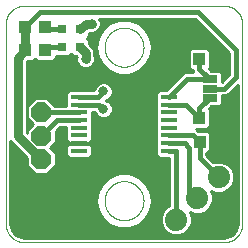
<source format=gtl>
G75*
%MOIN*%
%OFA0B0*%
%FSLAX25Y25*%
%IPPOS*%
%LPD*%
%AMOC8*
5,1,8,0,0,1.08239X$1,22.5*
%
%ADD10C,0.00000*%
%ADD11R,0.04134X0.04252*%
%ADD12R,0.03150X0.03150*%
%ADD13R,0.03937X0.04331*%
%ADD14R,0.05000X0.02500*%
%ADD15R,0.05630X0.01811*%
%ADD16OC8,0.06600*%
%ADD17C,0.07400*%
%ADD18C,0.01575*%
%ADD19C,0.00984*%
%ADD20C,0.02953*%
%ADD21C,0.03169*%
D10*
X0001492Y0007398D02*
X0001492Y0074327D01*
X0001494Y0074479D01*
X0001500Y0074631D01*
X0001510Y0074783D01*
X0001523Y0074934D01*
X0001541Y0075085D01*
X0001562Y0075236D01*
X0001588Y0075386D01*
X0001617Y0075535D01*
X0001650Y0075684D01*
X0001687Y0075831D01*
X0001727Y0075978D01*
X0001772Y0076123D01*
X0001820Y0076267D01*
X0001872Y0076410D01*
X0001927Y0076552D01*
X0001986Y0076692D01*
X0002049Y0076831D01*
X0002115Y0076968D01*
X0002185Y0077103D01*
X0002258Y0077236D01*
X0002335Y0077367D01*
X0002415Y0077497D01*
X0002498Y0077624D01*
X0002584Y0077749D01*
X0002674Y0077872D01*
X0002767Y0077992D01*
X0002863Y0078110D01*
X0002962Y0078226D01*
X0003064Y0078339D01*
X0003168Y0078449D01*
X0003276Y0078557D01*
X0003386Y0078661D01*
X0003499Y0078763D01*
X0003615Y0078862D01*
X0003733Y0078958D01*
X0003853Y0079051D01*
X0003976Y0079141D01*
X0004101Y0079227D01*
X0004228Y0079310D01*
X0004358Y0079390D01*
X0004489Y0079467D01*
X0004622Y0079540D01*
X0004757Y0079610D01*
X0004894Y0079676D01*
X0005033Y0079739D01*
X0005173Y0079798D01*
X0005315Y0079853D01*
X0005458Y0079905D01*
X0005602Y0079953D01*
X0005747Y0079998D01*
X0005894Y0080038D01*
X0006041Y0080075D01*
X0006190Y0080108D01*
X0006339Y0080137D01*
X0006489Y0080163D01*
X0006640Y0080184D01*
X0006791Y0080202D01*
X0006942Y0080215D01*
X0007094Y0080225D01*
X0007246Y0080231D01*
X0007398Y0080233D01*
X0007398Y0080232D02*
X0074327Y0080232D01*
X0074327Y0080233D02*
X0074479Y0080231D01*
X0074631Y0080225D01*
X0074783Y0080215D01*
X0074934Y0080202D01*
X0075085Y0080184D01*
X0075236Y0080163D01*
X0075386Y0080137D01*
X0075535Y0080108D01*
X0075684Y0080075D01*
X0075831Y0080038D01*
X0075978Y0079998D01*
X0076123Y0079953D01*
X0076267Y0079905D01*
X0076410Y0079853D01*
X0076552Y0079798D01*
X0076692Y0079739D01*
X0076831Y0079676D01*
X0076968Y0079610D01*
X0077103Y0079540D01*
X0077236Y0079467D01*
X0077367Y0079390D01*
X0077497Y0079310D01*
X0077624Y0079227D01*
X0077749Y0079141D01*
X0077872Y0079051D01*
X0077992Y0078958D01*
X0078110Y0078862D01*
X0078226Y0078763D01*
X0078339Y0078661D01*
X0078449Y0078557D01*
X0078557Y0078449D01*
X0078661Y0078339D01*
X0078763Y0078226D01*
X0078862Y0078110D01*
X0078958Y0077992D01*
X0079051Y0077872D01*
X0079141Y0077749D01*
X0079227Y0077624D01*
X0079310Y0077497D01*
X0079390Y0077367D01*
X0079467Y0077236D01*
X0079540Y0077103D01*
X0079610Y0076968D01*
X0079676Y0076831D01*
X0079739Y0076692D01*
X0079798Y0076552D01*
X0079853Y0076410D01*
X0079905Y0076267D01*
X0079953Y0076123D01*
X0079998Y0075978D01*
X0080038Y0075831D01*
X0080075Y0075684D01*
X0080108Y0075535D01*
X0080137Y0075386D01*
X0080163Y0075236D01*
X0080184Y0075085D01*
X0080202Y0074934D01*
X0080215Y0074783D01*
X0080225Y0074631D01*
X0080231Y0074479D01*
X0080233Y0074327D01*
X0080232Y0074327D02*
X0080232Y0007398D01*
X0080233Y0007398D02*
X0080231Y0007246D01*
X0080225Y0007094D01*
X0080215Y0006942D01*
X0080202Y0006791D01*
X0080184Y0006640D01*
X0080163Y0006489D01*
X0080137Y0006339D01*
X0080108Y0006190D01*
X0080075Y0006041D01*
X0080038Y0005894D01*
X0079998Y0005747D01*
X0079953Y0005602D01*
X0079905Y0005458D01*
X0079853Y0005315D01*
X0079798Y0005173D01*
X0079739Y0005033D01*
X0079676Y0004894D01*
X0079610Y0004757D01*
X0079540Y0004622D01*
X0079467Y0004489D01*
X0079390Y0004358D01*
X0079310Y0004228D01*
X0079227Y0004101D01*
X0079141Y0003976D01*
X0079051Y0003853D01*
X0078958Y0003733D01*
X0078862Y0003615D01*
X0078763Y0003499D01*
X0078661Y0003386D01*
X0078557Y0003276D01*
X0078449Y0003168D01*
X0078339Y0003064D01*
X0078226Y0002962D01*
X0078110Y0002863D01*
X0077992Y0002767D01*
X0077872Y0002674D01*
X0077749Y0002584D01*
X0077624Y0002498D01*
X0077497Y0002415D01*
X0077367Y0002335D01*
X0077236Y0002258D01*
X0077103Y0002185D01*
X0076968Y0002115D01*
X0076831Y0002049D01*
X0076692Y0001986D01*
X0076552Y0001927D01*
X0076410Y0001872D01*
X0076267Y0001820D01*
X0076123Y0001772D01*
X0075978Y0001727D01*
X0075831Y0001687D01*
X0075684Y0001650D01*
X0075535Y0001617D01*
X0075386Y0001588D01*
X0075236Y0001562D01*
X0075085Y0001541D01*
X0074934Y0001523D01*
X0074783Y0001510D01*
X0074631Y0001500D01*
X0074479Y0001494D01*
X0074327Y0001492D01*
X0007398Y0001492D01*
X0007246Y0001494D01*
X0007094Y0001500D01*
X0006942Y0001510D01*
X0006791Y0001523D01*
X0006640Y0001541D01*
X0006489Y0001562D01*
X0006339Y0001588D01*
X0006190Y0001617D01*
X0006041Y0001650D01*
X0005894Y0001687D01*
X0005747Y0001727D01*
X0005602Y0001772D01*
X0005458Y0001820D01*
X0005315Y0001872D01*
X0005173Y0001927D01*
X0005033Y0001986D01*
X0004894Y0002049D01*
X0004757Y0002115D01*
X0004622Y0002185D01*
X0004489Y0002258D01*
X0004358Y0002335D01*
X0004228Y0002415D01*
X0004101Y0002498D01*
X0003976Y0002584D01*
X0003853Y0002674D01*
X0003733Y0002767D01*
X0003615Y0002863D01*
X0003499Y0002962D01*
X0003386Y0003064D01*
X0003276Y0003168D01*
X0003168Y0003276D01*
X0003064Y0003386D01*
X0002962Y0003499D01*
X0002863Y0003615D01*
X0002767Y0003733D01*
X0002674Y0003853D01*
X0002584Y0003976D01*
X0002498Y0004101D01*
X0002415Y0004228D01*
X0002335Y0004358D01*
X0002258Y0004489D01*
X0002185Y0004622D01*
X0002115Y0004757D01*
X0002049Y0004894D01*
X0001986Y0005033D01*
X0001927Y0005173D01*
X0001872Y0005315D01*
X0001820Y0005458D01*
X0001772Y0005602D01*
X0001727Y0005747D01*
X0001687Y0005894D01*
X0001650Y0006041D01*
X0001617Y0006190D01*
X0001588Y0006339D01*
X0001562Y0006489D01*
X0001541Y0006640D01*
X0001523Y0006791D01*
X0001510Y0006942D01*
X0001500Y0007094D01*
X0001494Y0007246D01*
X0001492Y0007398D01*
X0034362Y0015272D02*
X0034364Y0015433D01*
X0034370Y0015593D01*
X0034380Y0015754D01*
X0034394Y0015914D01*
X0034412Y0016074D01*
X0034433Y0016233D01*
X0034459Y0016392D01*
X0034489Y0016550D01*
X0034522Y0016707D01*
X0034560Y0016864D01*
X0034601Y0017019D01*
X0034646Y0017173D01*
X0034695Y0017326D01*
X0034748Y0017478D01*
X0034804Y0017629D01*
X0034865Y0017778D01*
X0034928Y0017926D01*
X0034996Y0018072D01*
X0035067Y0018216D01*
X0035141Y0018358D01*
X0035219Y0018499D01*
X0035301Y0018637D01*
X0035386Y0018774D01*
X0035474Y0018908D01*
X0035566Y0019040D01*
X0035661Y0019170D01*
X0035759Y0019298D01*
X0035860Y0019423D01*
X0035964Y0019545D01*
X0036071Y0019665D01*
X0036181Y0019782D01*
X0036294Y0019897D01*
X0036410Y0020008D01*
X0036529Y0020117D01*
X0036650Y0020222D01*
X0036774Y0020325D01*
X0036900Y0020425D01*
X0037028Y0020521D01*
X0037159Y0020614D01*
X0037293Y0020704D01*
X0037428Y0020791D01*
X0037566Y0020874D01*
X0037705Y0020954D01*
X0037847Y0021030D01*
X0037990Y0021103D01*
X0038135Y0021172D01*
X0038282Y0021238D01*
X0038430Y0021300D01*
X0038580Y0021358D01*
X0038731Y0021413D01*
X0038884Y0021464D01*
X0039038Y0021511D01*
X0039193Y0021554D01*
X0039349Y0021593D01*
X0039505Y0021629D01*
X0039663Y0021660D01*
X0039821Y0021688D01*
X0039980Y0021712D01*
X0040140Y0021732D01*
X0040300Y0021748D01*
X0040460Y0021760D01*
X0040621Y0021768D01*
X0040782Y0021772D01*
X0040942Y0021772D01*
X0041103Y0021768D01*
X0041264Y0021760D01*
X0041424Y0021748D01*
X0041584Y0021732D01*
X0041744Y0021712D01*
X0041903Y0021688D01*
X0042061Y0021660D01*
X0042219Y0021629D01*
X0042375Y0021593D01*
X0042531Y0021554D01*
X0042686Y0021511D01*
X0042840Y0021464D01*
X0042993Y0021413D01*
X0043144Y0021358D01*
X0043294Y0021300D01*
X0043442Y0021238D01*
X0043589Y0021172D01*
X0043734Y0021103D01*
X0043877Y0021030D01*
X0044019Y0020954D01*
X0044158Y0020874D01*
X0044296Y0020791D01*
X0044431Y0020704D01*
X0044565Y0020614D01*
X0044696Y0020521D01*
X0044824Y0020425D01*
X0044950Y0020325D01*
X0045074Y0020222D01*
X0045195Y0020117D01*
X0045314Y0020008D01*
X0045430Y0019897D01*
X0045543Y0019782D01*
X0045653Y0019665D01*
X0045760Y0019545D01*
X0045864Y0019423D01*
X0045965Y0019298D01*
X0046063Y0019170D01*
X0046158Y0019040D01*
X0046250Y0018908D01*
X0046338Y0018774D01*
X0046423Y0018637D01*
X0046505Y0018499D01*
X0046583Y0018358D01*
X0046657Y0018216D01*
X0046728Y0018072D01*
X0046796Y0017926D01*
X0046859Y0017778D01*
X0046920Y0017629D01*
X0046976Y0017478D01*
X0047029Y0017326D01*
X0047078Y0017173D01*
X0047123Y0017019D01*
X0047164Y0016864D01*
X0047202Y0016707D01*
X0047235Y0016550D01*
X0047265Y0016392D01*
X0047291Y0016233D01*
X0047312Y0016074D01*
X0047330Y0015914D01*
X0047344Y0015754D01*
X0047354Y0015593D01*
X0047360Y0015433D01*
X0047362Y0015272D01*
X0047360Y0015111D01*
X0047354Y0014951D01*
X0047344Y0014790D01*
X0047330Y0014630D01*
X0047312Y0014470D01*
X0047291Y0014311D01*
X0047265Y0014152D01*
X0047235Y0013994D01*
X0047202Y0013837D01*
X0047164Y0013680D01*
X0047123Y0013525D01*
X0047078Y0013371D01*
X0047029Y0013218D01*
X0046976Y0013066D01*
X0046920Y0012915D01*
X0046859Y0012766D01*
X0046796Y0012618D01*
X0046728Y0012472D01*
X0046657Y0012328D01*
X0046583Y0012186D01*
X0046505Y0012045D01*
X0046423Y0011907D01*
X0046338Y0011770D01*
X0046250Y0011636D01*
X0046158Y0011504D01*
X0046063Y0011374D01*
X0045965Y0011246D01*
X0045864Y0011121D01*
X0045760Y0010999D01*
X0045653Y0010879D01*
X0045543Y0010762D01*
X0045430Y0010647D01*
X0045314Y0010536D01*
X0045195Y0010427D01*
X0045074Y0010322D01*
X0044950Y0010219D01*
X0044824Y0010119D01*
X0044696Y0010023D01*
X0044565Y0009930D01*
X0044431Y0009840D01*
X0044296Y0009753D01*
X0044158Y0009670D01*
X0044019Y0009590D01*
X0043877Y0009514D01*
X0043734Y0009441D01*
X0043589Y0009372D01*
X0043442Y0009306D01*
X0043294Y0009244D01*
X0043144Y0009186D01*
X0042993Y0009131D01*
X0042840Y0009080D01*
X0042686Y0009033D01*
X0042531Y0008990D01*
X0042375Y0008951D01*
X0042219Y0008915D01*
X0042061Y0008884D01*
X0041903Y0008856D01*
X0041744Y0008832D01*
X0041584Y0008812D01*
X0041424Y0008796D01*
X0041264Y0008784D01*
X0041103Y0008776D01*
X0040942Y0008772D01*
X0040782Y0008772D01*
X0040621Y0008776D01*
X0040460Y0008784D01*
X0040300Y0008796D01*
X0040140Y0008812D01*
X0039980Y0008832D01*
X0039821Y0008856D01*
X0039663Y0008884D01*
X0039505Y0008915D01*
X0039349Y0008951D01*
X0039193Y0008990D01*
X0039038Y0009033D01*
X0038884Y0009080D01*
X0038731Y0009131D01*
X0038580Y0009186D01*
X0038430Y0009244D01*
X0038282Y0009306D01*
X0038135Y0009372D01*
X0037990Y0009441D01*
X0037847Y0009514D01*
X0037705Y0009590D01*
X0037566Y0009670D01*
X0037428Y0009753D01*
X0037293Y0009840D01*
X0037159Y0009930D01*
X0037028Y0010023D01*
X0036900Y0010119D01*
X0036774Y0010219D01*
X0036650Y0010322D01*
X0036529Y0010427D01*
X0036410Y0010536D01*
X0036294Y0010647D01*
X0036181Y0010762D01*
X0036071Y0010879D01*
X0035964Y0010999D01*
X0035860Y0011121D01*
X0035759Y0011246D01*
X0035661Y0011374D01*
X0035566Y0011504D01*
X0035474Y0011636D01*
X0035386Y0011770D01*
X0035301Y0011907D01*
X0035219Y0012045D01*
X0035141Y0012186D01*
X0035067Y0012328D01*
X0034996Y0012472D01*
X0034928Y0012618D01*
X0034865Y0012766D01*
X0034804Y0012915D01*
X0034748Y0013066D01*
X0034695Y0013218D01*
X0034646Y0013371D01*
X0034601Y0013525D01*
X0034560Y0013680D01*
X0034522Y0013837D01*
X0034489Y0013994D01*
X0034459Y0014152D01*
X0034433Y0014311D01*
X0034412Y0014470D01*
X0034394Y0014630D01*
X0034380Y0014790D01*
X0034370Y0014951D01*
X0034364Y0015111D01*
X0034362Y0015272D01*
X0034362Y0066453D02*
X0034364Y0066614D01*
X0034370Y0066774D01*
X0034380Y0066935D01*
X0034394Y0067095D01*
X0034412Y0067255D01*
X0034433Y0067414D01*
X0034459Y0067573D01*
X0034489Y0067731D01*
X0034522Y0067888D01*
X0034560Y0068045D01*
X0034601Y0068200D01*
X0034646Y0068354D01*
X0034695Y0068507D01*
X0034748Y0068659D01*
X0034804Y0068810D01*
X0034865Y0068959D01*
X0034928Y0069107D01*
X0034996Y0069253D01*
X0035067Y0069397D01*
X0035141Y0069539D01*
X0035219Y0069680D01*
X0035301Y0069818D01*
X0035386Y0069955D01*
X0035474Y0070089D01*
X0035566Y0070221D01*
X0035661Y0070351D01*
X0035759Y0070479D01*
X0035860Y0070604D01*
X0035964Y0070726D01*
X0036071Y0070846D01*
X0036181Y0070963D01*
X0036294Y0071078D01*
X0036410Y0071189D01*
X0036529Y0071298D01*
X0036650Y0071403D01*
X0036774Y0071506D01*
X0036900Y0071606D01*
X0037028Y0071702D01*
X0037159Y0071795D01*
X0037293Y0071885D01*
X0037428Y0071972D01*
X0037566Y0072055D01*
X0037705Y0072135D01*
X0037847Y0072211D01*
X0037990Y0072284D01*
X0038135Y0072353D01*
X0038282Y0072419D01*
X0038430Y0072481D01*
X0038580Y0072539D01*
X0038731Y0072594D01*
X0038884Y0072645D01*
X0039038Y0072692D01*
X0039193Y0072735D01*
X0039349Y0072774D01*
X0039505Y0072810D01*
X0039663Y0072841D01*
X0039821Y0072869D01*
X0039980Y0072893D01*
X0040140Y0072913D01*
X0040300Y0072929D01*
X0040460Y0072941D01*
X0040621Y0072949D01*
X0040782Y0072953D01*
X0040942Y0072953D01*
X0041103Y0072949D01*
X0041264Y0072941D01*
X0041424Y0072929D01*
X0041584Y0072913D01*
X0041744Y0072893D01*
X0041903Y0072869D01*
X0042061Y0072841D01*
X0042219Y0072810D01*
X0042375Y0072774D01*
X0042531Y0072735D01*
X0042686Y0072692D01*
X0042840Y0072645D01*
X0042993Y0072594D01*
X0043144Y0072539D01*
X0043294Y0072481D01*
X0043442Y0072419D01*
X0043589Y0072353D01*
X0043734Y0072284D01*
X0043877Y0072211D01*
X0044019Y0072135D01*
X0044158Y0072055D01*
X0044296Y0071972D01*
X0044431Y0071885D01*
X0044565Y0071795D01*
X0044696Y0071702D01*
X0044824Y0071606D01*
X0044950Y0071506D01*
X0045074Y0071403D01*
X0045195Y0071298D01*
X0045314Y0071189D01*
X0045430Y0071078D01*
X0045543Y0070963D01*
X0045653Y0070846D01*
X0045760Y0070726D01*
X0045864Y0070604D01*
X0045965Y0070479D01*
X0046063Y0070351D01*
X0046158Y0070221D01*
X0046250Y0070089D01*
X0046338Y0069955D01*
X0046423Y0069818D01*
X0046505Y0069680D01*
X0046583Y0069539D01*
X0046657Y0069397D01*
X0046728Y0069253D01*
X0046796Y0069107D01*
X0046859Y0068959D01*
X0046920Y0068810D01*
X0046976Y0068659D01*
X0047029Y0068507D01*
X0047078Y0068354D01*
X0047123Y0068200D01*
X0047164Y0068045D01*
X0047202Y0067888D01*
X0047235Y0067731D01*
X0047265Y0067573D01*
X0047291Y0067414D01*
X0047312Y0067255D01*
X0047330Y0067095D01*
X0047344Y0066935D01*
X0047354Y0066774D01*
X0047360Y0066614D01*
X0047362Y0066453D01*
X0047360Y0066292D01*
X0047354Y0066132D01*
X0047344Y0065971D01*
X0047330Y0065811D01*
X0047312Y0065651D01*
X0047291Y0065492D01*
X0047265Y0065333D01*
X0047235Y0065175D01*
X0047202Y0065018D01*
X0047164Y0064861D01*
X0047123Y0064706D01*
X0047078Y0064552D01*
X0047029Y0064399D01*
X0046976Y0064247D01*
X0046920Y0064096D01*
X0046859Y0063947D01*
X0046796Y0063799D01*
X0046728Y0063653D01*
X0046657Y0063509D01*
X0046583Y0063367D01*
X0046505Y0063226D01*
X0046423Y0063088D01*
X0046338Y0062951D01*
X0046250Y0062817D01*
X0046158Y0062685D01*
X0046063Y0062555D01*
X0045965Y0062427D01*
X0045864Y0062302D01*
X0045760Y0062180D01*
X0045653Y0062060D01*
X0045543Y0061943D01*
X0045430Y0061828D01*
X0045314Y0061717D01*
X0045195Y0061608D01*
X0045074Y0061503D01*
X0044950Y0061400D01*
X0044824Y0061300D01*
X0044696Y0061204D01*
X0044565Y0061111D01*
X0044431Y0061021D01*
X0044296Y0060934D01*
X0044158Y0060851D01*
X0044019Y0060771D01*
X0043877Y0060695D01*
X0043734Y0060622D01*
X0043589Y0060553D01*
X0043442Y0060487D01*
X0043294Y0060425D01*
X0043144Y0060367D01*
X0042993Y0060312D01*
X0042840Y0060261D01*
X0042686Y0060214D01*
X0042531Y0060171D01*
X0042375Y0060132D01*
X0042219Y0060096D01*
X0042061Y0060065D01*
X0041903Y0060037D01*
X0041744Y0060013D01*
X0041584Y0059993D01*
X0041424Y0059977D01*
X0041264Y0059965D01*
X0041103Y0059957D01*
X0040942Y0059953D01*
X0040782Y0059953D01*
X0040621Y0059957D01*
X0040460Y0059965D01*
X0040300Y0059977D01*
X0040140Y0059993D01*
X0039980Y0060013D01*
X0039821Y0060037D01*
X0039663Y0060065D01*
X0039505Y0060096D01*
X0039349Y0060132D01*
X0039193Y0060171D01*
X0039038Y0060214D01*
X0038884Y0060261D01*
X0038731Y0060312D01*
X0038580Y0060367D01*
X0038430Y0060425D01*
X0038282Y0060487D01*
X0038135Y0060553D01*
X0037990Y0060622D01*
X0037847Y0060695D01*
X0037705Y0060771D01*
X0037566Y0060851D01*
X0037428Y0060934D01*
X0037293Y0061021D01*
X0037159Y0061111D01*
X0037028Y0061204D01*
X0036900Y0061300D01*
X0036774Y0061400D01*
X0036650Y0061503D01*
X0036529Y0061608D01*
X0036410Y0061717D01*
X0036294Y0061828D01*
X0036181Y0061943D01*
X0036071Y0062060D01*
X0035964Y0062180D01*
X0035860Y0062302D01*
X0035759Y0062427D01*
X0035661Y0062555D01*
X0035566Y0062685D01*
X0035474Y0062817D01*
X0035386Y0062951D01*
X0035301Y0063088D01*
X0035219Y0063226D01*
X0035141Y0063367D01*
X0035067Y0063509D01*
X0034996Y0063653D01*
X0034928Y0063799D01*
X0034865Y0063947D01*
X0034804Y0064096D01*
X0034748Y0064247D01*
X0034695Y0064399D01*
X0034646Y0064552D01*
X0034601Y0064706D01*
X0034560Y0064861D01*
X0034522Y0065018D01*
X0034489Y0065175D01*
X0034459Y0065333D01*
X0034433Y0065492D01*
X0034412Y0065651D01*
X0034394Y0065811D01*
X0034380Y0065971D01*
X0034370Y0066132D01*
X0034364Y0066292D01*
X0034362Y0066453D01*
D11*
X0065961Y0062516D03*
X0072850Y0062516D03*
X0072850Y0042831D03*
X0065961Y0042831D03*
D12*
X0026098Y0066453D03*
X0020193Y0066453D03*
X0020193Y0072358D03*
X0026098Y0072358D03*
D13*
X0014681Y0073343D03*
X0007988Y0073343D03*
X0007988Y0065469D03*
X0014681Y0065469D03*
X0066059Y0034957D03*
X0072752Y0034957D03*
D14*
X0069406Y0049473D03*
X0069406Y0052673D03*
X0069406Y0055873D03*
D15*
X0055803Y0049819D03*
X0055803Y0047260D03*
X0055803Y0044701D03*
X0055803Y0042142D03*
X0055803Y0039583D03*
X0055803Y0037024D03*
X0055803Y0034465D03*
X0055803Y0031906D03*
X0025921Y0031906D03*
X0025921Y0034465D03*
X0025921Y0037024D03*
X0025921Y0039583D03*
X0025921Y0042142D03*
X0025921Y0044701D03*
X0025921Y0047260D03*
X0025921Y0049819D03*
D16*
X0013303Y0052673D03*
X0013303Y0044799D03*
X0013303Y0036925D03*
X0013303Y0029051D03*
D17*
X0058216Y0009004D03*
X0065287Y0016075D03*
X0072358Y0023146D03*
D18*
X0066059Y0029445D01*
X0066059Y0034957D01*
X0063992Y0037024D01*
X0055803Y0037024D01*
X0055803Y0034465D02*
X0061039Y0034465D01*
X0062516Y0032988D01*
X0062516Y0018846D01*
X0058216Y0009004D02*
X0058216Y0031906D01*
X0055803Y0031906D01*
X0065961Y0042831D02*
X0065961Y0046028D01*
X0069406Y0049473D01*
X0069406Y0052673D02*
X0074327Y0052673D01*
X0078264Y0056610D01*
X0078264Y0065469D01*
X0065469Y0078264D01*
X0012909Y0078264D01*
X0007988Y0073343D01*
X0014681Y0073343D02*
X0014681Y0072358D01*
X0020193Y0072358D01*
X0020193Y0066453D02*
X0014681Y0066453D01*
X0014681Y0065469D01*
X0025921Y0049819D02*
X0032102Y0049819D01*
X0033972Y0051689D01*
X0032496Y0047260D02*
X0025921Y0047260D01*
X0025921Y0044701D02*
X0013402Y0044701D01*
X0013303Y0044799D01*
X0018520Y0042142D02*
X0025921Y0042142D01*
X0032496Y0047260D02*
X0033972Y0045783D01*
X0018520Y0042142D02*
X0013303Y0036925D01*
X0055803Y0047260D02*
X0061531Y0047260D01*
X0065961Y0042831D01*
X0055803Y0049819D02*
X0061857Y0055873D01*
X0069406Y0055873D01*
X0065961Y0059318D01*
X0065961Y0062516D01*
D19*
X0055706Y0004440D02*
X0004233Y0004440D01*
X0003728Y0004946D02*
X0004946Y0003728D01*
X0006537Y0003069D01*
X0007398Y0002984D01*
X0074327Y0002984D01*
X0075188Y0003069D01*
X0076779Y0003728D01*
X0077996Y0004946D01*
X0078655Y0006537D01*
X0078740Y0007398D01*
X0078740Y0053885D01*
X0075264Y0050409D01*
X0073382Y0050409D01*
X0073382Y0047612D01*
X0072517Y0046747D01*
X0069881Y0046747D01*
X0069103Y0045969D01*
X0069504Y0045568D01*
X0069504Y0040093D01*
X0068639Y0039228D01*
X0064989Y0039228D01*
X0065619Y0038598D01*
X0068639Y0038598D01*
X0069504Y0037734D01*
X0069504Y0032180D01*
X0068639Y0031315D01*
X0068323Y0031315D01*
X0068323Y0030383D01*
X0070660Y0028045D01*
X0071329Y0028322D01*
X0073388Y0028322D01*
X0075290Y0027534D01*
X0076747Y0026078D01*
X0077535Y0024175D01*
X0077535Y0022116D01*
X0076747Y0020213D01*
X0075290Y0018757D01*
X0073388Y0017969D01*
X0071329Y0017969D01*
X0069852Y0018581D01*
X0070464Y0017104D01*
X0070464Y0015045D01*
X0069676Y0013142D01*
X0068219Y0011686D01*
X0066317Y0010898D01*
X0064258Y0010898D01*
X0062781Y0011510D01*
X0063392Y0010033D01*
X0063392Y0007974D01*
X0062604Y0006071D01*
X0061148Y0004615D01*
X0059246Y0003827D01*
X0057186Y0003827D01*
X0055284Y0004615D01*
X0053828Y0006071D01*
X0053040Y0007974D01*
X0053040Y0010033D01*
X0053828Y0011936D01*
X0055284Y0013392D01*
X0055952Y0013669D01*
X0055952Y0029524D01*
X0052377Y0029524D01*
X0051512Y0030388D01*
X0051512Y0051336D01*
X0052377Y0052201D01*
X0054984Y0052201D01*
X0059594Y0056811D01*
X0060920Y0058137D01*
X0063940Y0058137D01*
X0063697Y0058380D01*
X0063697Y0058913D01*
X0063282Y0058913D01*
X0062417Y0059778D01*
X0062417Y0065253D01*
X0063282Y0066118D01*
X0068639Y0066118D01*
X0069504Y0065253D01*
X0069504Y0059778D01*
X0069103Y0059377D01*
X0069881Y0058600D01*
X0072517Y0058600D01*
X0073382Y0057735D01*
X0073382Y0054937D01*
X0073389Y0054937D01*
X0076000Y0057548D01*
X0076000Y0064531D01*
X0064531Y0076000D01*
X0032655Y0076000D01*
X0033096Y0074936D01*
X0033096Y0073718D01*
X0032630Y0072593D01*
X0031769Y0071732D01*
X0030644Y0071266D01*
X0029427Y0071266D01*
X0029254Y0071338D01*
X0029150Y0071234D01*
X0029150Y0070172D01*
X0028383Y0069406D01*
X0029150Y0068639D01*
X0029150Y0067577D01*
X0029740Y0066987D01*
X0030570Y0066157D01*
X0031020Y0065072D01*
X0031020Y0063385D01*
X0031128Y0063125D01*
X0031128Y0061907D01*
X0030662Y0060782D01*
X0029801Y0059921D01*
X0028676Y0059455D01*
X0027458Y0059455D01*
X0026333Y0059921D01*
X0025472Y0060782D01*
X0025006Y0061907D01*
X0025006Y0063125D01*
X0025078Y0063297D01*
X0024974Y0063402D01*
X0023912Y0063402D01*
X0023146Y0064168D01*
X0022379Y0063402D01*
X0018126Y0063402D01*
X0018126Y0062692D01*
X0017261Y0061827D01*
X0012101Y0061827D01*
X0011335Y0062593D01*
X0010568Y0061827D01*
X0008522Y0061827D01*
X0008382Y0061686D01*
X0008382Y0038148D01*
X0008527Y0038003D01*
X0008527Y0038904D01*
X0010485Y0040862D01*
X0008527Y0042821D01*
X0008527Y0046778D01*
X0011325Y0049576D01*
X0015282Y0049576D01*
X0017893Y0046965D01*
X0021630Y0046965D01*
X0021630Y0051336D01*
X0022495Y0052201D01*
X0029348Y0052201D01*
X0029466Y0052083D01*
X0030912Y0052083D01*
X0030912Y0052298D01*
X0031378Y0053423D01*
X0032239Y0054284D01*
X0033364Y0054750D01*
X0034581Y0054750D01*
X0035706Y0054284D01*
X0036567Y0053423D01*
X0037033Y0052298D01*
X0037033Y0051080D01*
X0036567Y0049955D01*
X0035706Y0049094D01*
X0034842Y0048736D01*
X0035706Y0048378D01*
X0036567Y0047517D01*
X0037033Y0046392D01*
X0037033Y0045175D01*
X0036567Y0044050D01*
X0035706Y0043189D01*
X0034581Y0042723D01*
X0033364Y0042723D01*
X0032239Y0043189D01*
X0031378Y0044050D01*
X0030986Y0044996D01*
X0030213Y0044996D01*
X0030213Y0035507D01*
X0029348Y0034642D01*
X0022495Y0034642D01*
X0021630Y0035507D01*
X0021630Y0039878D01*
X0019457Y0039878D01*
X0018080Y0038500D01*
X0018080Y0034947D01*
X0016121Y0032988D01*
X0018080Y0031030D01*
X0018080Y0027073D01*
X0015282Y0024275D01*
X0011325Y0024275D01*
X0008527Y0027073D01*
X0008527Y0029652D01*
X0002984Y0035194D01*
X0002984Y0007398D01*
X0003069Y0006537D01*
X0003728Y0004946D01*
X0003530Y0005423D02*
X0054476Y0005423D01*
X0053689Y0006406D02*
X0043334Y0006406D01*
X0042480Y0006095D02*
X0045521Y0007202D01*
X0045521Y0007202D01*
X0048000Y0009282D01*
X0048000Y0009282D01*
X0049618Y0012085D01*
X0050180Y0015272D01*
X0049618Y0018459D01*
X0048000Y0021261D01*
X0045521Y0023341D01*
X0042480Y0024448D01*
X0039244Y0024448D01*
X0036203Y0023341D01*
X0033724Y0021261D01*
X0032106Y0018459D01*
X0032106Y0018459D01*
X0031544Y0015272D01*
X0031544Y0015272D01*
X0032106Y0012085D01*
X0032106Y0012085D01*
X0033724Y0009282D01*
X0036203Y0007202D01*
X0036203Y0007202D01*
X0039244Y0006095D01*
X0040085Y0006095D01*
X0042480Y0006095D01*
X0045744Y0007389D02*
X0053282Y0007389D01*
X0053040Y0008371D02*
X0046915Y0008371D01*
X0048000Y0009282D02*
X0048000Y0009282D01*
X0048042Y0009354D02*
X0053040Y0009354D01*
X0053166Y0010337D02*
X0048609Y0010337D01*
X0049177Y0011320D02*
X0053573Y0011320D01*
X0054195Y0012303D02*
X0049657Y0012303D01*
X0049618Y0012085D02*
X0049618Y0012085D01*
X0049830Y0013285D02*
X0055177Y0013285D01*
X0055952Y0014268D02*
X0050003Y0014268D01*
X0050176Y0015251D02*
X0055952Y0015251D01*
X0055952Y0016234D02*
X0050011Y0016234D01*
X0049837Y0017216D02*
X0055952Y0017216D01*
X0055952Y0018199D02*
X0049664Y0018199D01*
X0049201Y0019182D02*
X0055952Y0019182D01*
X0055952Y0020165D02*
X0048633Y0020165D01*
X0048066Y0021147D02*
X0055952Y0021147D01*
X0055952Y0022130D02*
X0046964Y0022130D01*
X0045793Y0023113D02*
X0055952Y0023113D01*
X0055952Y0024096D02*
X0043448Y0024096D01*
X0045521Y0023341D02*
X0045521Y0023341D01*
X0051908Y0029992D02*
X0029816Y0029992D01*
X0030213Y0030388D02*
X0030213Y0033423D01*
X0029348Y0034287D01*
X0022495Y0034287D01*
X0021630Y0033423D01*
X0021630Y0030388D01*
X0022495Y0029524D01*
X0029348Y0029524D01*
X0030213Y0030388D01*
X0030213Y0030975D02*
X0051512Y0030975D01*
X0051512Y0031958D02*
X0030213Y0031958D01*
X0030213Y0032941D02*
X0051512Y0032941D01*
X0051512Y0033923D02*
X0029712Y0033923D01*
X0029612Y0034906D02*
X0051512Y0034906D01*
X0051512Y0035889D02*
X0030213Y0035889D01*
X0030213Y0036872D02*
X0051512Y0036872D01*
X0051512Y0037854D02*
X0030213Y0037854D01*
X0030213Y0038837D02*
X0051512Y0038837D01*
X0051512Y0039820D02*
X0030213Y0039820D01*
X0030213Y0040803D02*
X0051512Y0040803D01*
X0051512Y0041785D02*
X0030213Y0041785D01*
X0030213Y0042768D02*
X0033254Y0042768D01*
X0034691Y0042768D02*
X0051512Y0042768D01*
X0051512Y0043751D02*
X0036268Y0043751D01*
X0036850Y0044734D02*
X0051512Y0044734D01*
X0051512Y0045716D02*
X0037033Y0045716D01*
X0036906Y0046699D02*
X0051512Y0046699D01*
X0051512Y0047682D02*
X0036402Y0047682D01*
X0035014Y0048665D02*
X0051512Y0048665D01*
X0051512Y0049648D02*
X0036259Y0049648D01*
X0036847Y0050630D02*
X0051512Y0050630D01*
X0051789Y0051613D02*
X0037033Y0051613D01*
X0036910Y0052596D02*
X0055379Y0052596D01*
X0056361Y0053579D02*
X0036411Y0053579D01*
X0035036Y0054561D02*
X0057344Y0054561D01*
X0058327Y0055544D02*
X0008382Y0055544D01*
X0008382Y0056527D02*
X0059310Y0056527D01*
X0060292Y0057510D02*
X0043121Y0057510D01*
X0042480Y0057276D02*
X0045521Y0058383D01*
X0045521Y0058383D01*
X0048000Y0060463D01*
X0048000Y0060463D01*
X0048000Y0060463D01*
X0049618Y0063266D01*
X0050180Y0066453D01*
X0049618Y0069640D01*
X0048000Y0072442D01*
X0048000Y0072442D01*
X0045521Y0074522D01*
X0042480Y0075629D01*
X0039244Y0075629D01*
X0036203Y0074522D01*
X0033724Y0072442D01*
X0032106Y0069640D01*
X0031544Y0066453D01*
X0032106Y0063266D01*
X0033724Y0060463D01*
X0036203Y0058383D01*
X0036203Y0058383D01*
X0039244Y0057276D01*
X0040085Y0057276D01*
X0042480Y0057276D01*
X0045651Y0058492D02*
X0063697Y0058492D01*
X0062720Y0059475D02*
X0046823Y0059475D01*
X0047994Y0060458D02*
X0062417Y0060458D01*
X0062417Y0061441D02*
X0048564Y0061441D01*
X0049132Y0062423D02*
X0062417Y0062423D01*
X0062417Y0063406D02*
X0049643Y0063406D01*
X0049618Y0063266D02*
X0049618Y0063266D01*
X0049816Y0064389D02*
X0062417Y0064389D01*
X0062536Y0065372D02*
X0049990Y0065372D01*
X0050163Y0066355D02*
X0074176Y0066355D01*
X0073194Y0067337D02*
X0050024Y0067337D01*
X0050180Y0066453D02*
X0050180Y0066453D01*
X0049851Y0068320D02*
X0072211Y0068320D01*
X0071228Y0069303D02*
X0049678Y0069303D01*
X0049618Y0069640D02*
X0049618Y0069640D01*
X0049245Y0070286D02*
X0070245Y0070286D01*
X0069262Y0071268D02*
X0048678Y0071268D01*
X0048110Y0072251D02*
X0068280Y0072251D01*
X0067297Y0073234D02*
X0047057Y0073234D01*
X0045886Y0074217D02*
X0066314Y0074217D01*
X0065331Y0075199D02*
X0043661Y0075199D01*
X0045521Y0074522D02*
X0045521Y0074522D01*
X0038063Y0075199D02*
X0032987Y0075199D01*
X0033096Y0074217D02*
X0035839Y0074217D01*
X0036203Y0074522D02*
X0036203Y0074522D01*
X0034668Y0073234D02*
X0032896Y0073234D01*
X0033724Y0072442D02*
X0033724Y0072442D01*
X0033724Y0072442D01*
X0033614Y0072251D02*
X0032288Y0072251D01*
X0033047Y0071268D02*
X0030649Y0071268D01*
X0029421Y0071268D02*
X0029184Y0071268D01*
X0029150Y0070286D02*
X0032479Y0070286D01*
X0032047Y0069303D02*
X0028486Y0069303D01*
X0029150Y0068320D02*
X0031874Y0068320D01*
X0031700Y0067337D02*
X0029390Y0067337D01*
X0030372Y0066355D02*
X0031562Y0066355D01*
X0031735Y0065372D02*
X0030895Y0065372D01*
X0031020Y0064389D02*
X0031908Y0064389D01*
X0032081Y0063406D02*
X0031020Y0063406D01*
X0031128Y0062423D02*
X0032593Y0062423D01*
X0033160Y0061441D02*
X0030934Y0061441D01*
X0030337Y0060458D02*
X0033731Y0060458D01*
X0033724Y0060463D02*
X0033724Y0060463D01*
X0034902Y0059475D02*
X0028724Y0059475D01*
X0027410Y0059475D02*
X0008382Y0059475D01*
X0008382Y0058492D02*
X0036073Y0058492D01*
X0038603Y0057510D02*
X0008382Y0057510D01*
X0008382Y0060458D02*
X0025796Y0060458D01*
X0025199Y0061441D02*
X0008382Y0061441D01*
X0011165Y0062423D02*
X0011504Y0062423D01*
X0017858Y0062423D02*
X0025006Y0062423D01*
X0023907Y0063406D02*
X0022384Y0063406D01*
X0031534Y0053579D02*
X0008382Y0053579D01*
X0008382Y0054561D02*
X0032909Y0054561D01*
X0031035Y0052596D02*
X0008382Y0052596D01*
X0008382Y0051613D02*
X0021907Y0051613D01*
X0021630Y0050630D02*
X0008382Y0050630D01*
X0008382Y0049648D02*
X0021630Y0049648D01*
X0021630Y0048665D02*
X0016192Y0048665D01*
X0017175Y0047682D02*
X0021630Y0047682D01*
X0021630Y0039820D02*
X0019399Y0039820D01*
X0018417Y0038837D02*
X0021630Y0038837D01*
X0021630Y0037854D02*
X0018080Y0037854D01*
X0018080Y0036872D02*
X0021630Y0036872D01*
X0021630Y0035889D02*
X0018080Y0035889D01*
X0018039Y0034906D02*
X0022230Y0034906D01*
X0022131Y0033923D02*
X0017056Y0033923D01*
X0016169Y0032941D02*
X0021630Y0032941D01*
X0021630Y0031958D02*
X0017151Y0031958D01*
X0018080Y0030975D02*
X0021630Y0030975D01*
X0022026Y0029992D02*
X0018080Y0029992D01*
X0018080Y0029009D02*
X0055952Y0029009D01*
X0055952Y0028027D02*
X0018080Y0028027D01*
X0018051Y0027044D02*
X0055952Y0027044D01*
X0055952Y0026061D02*
X0017068Y0026061D01*
X0016085Y0025078D02*
X0055952Y0025078D01*
X0062516Y0018846D02*
X0065287Y0016075D01*
X0068836Y0012303D02*
X0078740Y0012303D01*
X0078740Y0013285D02*
X0069735Y0013285D01*
X0070142Y0014268D02*
X0078740Y0014268D01*
X0078740Y0015251D02*
X0070464Y0015251D01*
X0070464Y0016234D02*
X0078740Y0016234D01*
X0078740Y0017216D02*
X0070417Y0017216D01*
X0070774Y0018199D02*
X0070010Y0018199D01*
X0073943Y0018199D02*
X0078740Y0018199D01*
X0078740Y0019182D02*
X0075715Y0019182D01*
X0076698Y0020165D02*
X0078740Y0020165D01*
X0078740Y0021147D02*
X0077133Y0021147D01*
X0077535Y0022130D02*
X0078740Y0022130D01*
X0078740Y0023113D02*
X0077535Y0023113D01*
X0077535Y0024096D02*
X0078740Y0024096D01*
X0078740Y0025078D02*
X0077161Y0025078D01*
X0076753Y0026061D02*
X0078740Y0026061D01*
X0078740Y0027044D02*
X0075780Y0027044D01*
X0074101Y0028027D02*
X0078740Y0028027D01*
X0078740Y0029009D02*
X0069696Y0029009D01*
X0068713Y0029992D02*
X0078740Y0029992D01*
X0078740Y0030975D02*
X0068323Y0030975D01*
X0069282Y0031958D02*
X0078740Y0031958D01*
X0078740Y0032941D02*
X0069504Y0032941D01*
X0069504Y0033923D02*
X0078740Y0033923D01*
X0078740Y0034906D02*
X0069504Y0034906D01*
X0069504Y0035889D02*
X0078740Y0035889D01*
X0078740Y0036872D02*
X0069504Y0036872D01*
X0069383Y0037854D02*
X0078740Y0037854D01*
X0078740Y0038837D02*
X0065380Y0038837D01*
X0069231Y0039820D02*
X0078740Y0039820D01*
X0078740Y0040803D02*
X0069504Y0040803D01*
X0069504Y0041785D02*
X0078740Y0041785D01*
X0078740Y0042768D02*
X0069504Y0042768D01*
X0069504Y0043751D02*
X0078740Y0043751D01*
X0078740Y0044734D02*
X0069504Y0044734D01*
X0069356Y0045716D02*
X0078740Y0045716D01*
X0078740Y0046699D02*
X0069833Y0046699D01*
X0073382Y0047682D02*
X0078740Y0047682D01*
X0078740Y0048665D02*
X0073382Y0048665D01*
X0073382Y0049648D02*
X0078740Y0049648D01*
X0078740Y0050630D02*
X0075485Y0050630D01*
X0076468Y0051613D02*
X0078740Y0051613D01*
X0078740Y0052596D02*
X0077451Y0052596D01*
X0078434Y0053579D02*
X0078740Y0053579D01*
X0074979Y0056527D02*
X0073382Y0056527D01*
X0073382Y0057510D02*
X0075962Y0057510D01*
X0076000Y0058492D02*
X0072624Y0058492D01*
X0073382Y0055544D02*
X0073996Y0055544D01*
X0076000Y0059475D02*
X0069201Y0059475D01*
X0069504Y0060458D02*
X0076000Y0060458D01*
X0076000Y0061441D02*
X0069504Y0061441D01*
X0069504Y0062423D02*
X0076000Y0062423D01*
X0076000Y0063406D02*
X0069504Y0063406D01*
X0069504Y0064389D02*
X0076000Y0064389D01*
X0075159Y0065372D02*
X0069385Y0065372D01*
X0031677Y0043751D02*
X0030213Y0043751D01*
X0030213Y0044734D02*
X0031094Y0044734D01*
X0038276Y0024096D02*
X0002984Y0024096D01*
X0002984Y0025078D02*
X0010521Y0025078D01*
X0009538Y0026061D02*
X0002984Y0026061D01*
X0002984Y0027044D02*
X0008556Y0027044D01*
X0008527Y0028027D02*
X0002984Y0028027D01*
X0002984Y0029009D02*
X0008527Y0029009D01*
X0008186Y0029992D02*
X0002984Y0029992D01*
X0002984Y0030975D02*
X0007203Y0030975D01*
X0006221Y0031958D02*
X0002984Y0031958D01*
X0002984Y0032941D02*
X0005238Y0032941D01*
X0004255Y0033923D02*
X0002984Y0033923D01*
X0002984Y0034906D02*
X0003272Y0034906D01*
X0008382Y0038837D02*
X0008527Y0038837D01*
X0008382Y0039820D02*
X0009443Y0039820D01*
X0010426Y0040803D02*
X0008382Y0040803D01*
X0008382Y0041785D02*
X0009562Y0041785D01*
X0008579Y0042768D02*
X0008382Y0042768D01*
X0008382Y0043751D02*
X0008527Y0043751D01*
X0008527Y0044734D02*
X0008382Y0044734D01*
X0008382Y0045716D02*
X0008527Y0045716D01*
X0008527Y0046699D02*
X0008382Y0046699D01*
X0008382Y0047682D02*
X0009431Y0047682D01*
X0010414Y0048665D02*
X0008382Y0048665D01*
X0002984Y0023113D02*
X0035931Y0023113D01*
X0036203Y0023341D02*
X0036203Y0023341D01*
X0034760Y0022130D02*
X0002984Y0022130D01*
X0002984Y0021147D02*
X0033659Y0021147D01*
X0033724Y0021261D02*
X0033724Y0021261D01*
X0033724Y0021261D01*
X0033091Y0020165D02*
X0002984Y0020165D01*
X0002984Y0019182D02*
X0032524Y0019182D01*
X0032060Y0018199D02*
X0002984Y0018199D01*
X0002984Y0017216D02*
X0031887Y0017216D01*
X0031714Y0016234D02*
X0002984Y0016234D01*
X0002984Y0015251D02*
X0031548Y0015251D01*
X0031721Y0014268D02*
X0002984Y0014268D01*
X0002984Y0013285D02*
X0031895Y0013285D01*
X0032068Y0012303D02*
X0002984Y0012303D01*
X0002984Y0011320D02*
X0032548Y0011320D01*
X0033115Y0010337D02*
X0002984Y0010337D01*
X0002984Y0009354D02*
X0033683Y0009354D01*
X0033724Y0009282D02*
X0033724Y0009282D01*
X0034810Y0008371D02*
X0002984Y0008371D01*
X0002985Y0007389D02*
X0035981Y0007389D01*
X0038391Y0006406D02*
X0003123Y0006406D01*
X0005598Y0003458D02*
X0076126Y0003458D01*
X0077491Y0004440D02*
X0060726Y0004440D01*
X0061956Y0005423D02*
X0078194Y0005423D01*
X0078601Y0006406D02*
X0062743Y0006406D01*
X0063150Y0007389D02*
X0078739Y0007389D01*
X0078740Y0008371D02*
X0063392Y0008371D01*
X0063392Y0009354D02*
X0078740Y0009354D01*
X0078740Y0010337D02*
X0063267Y0010337D01*
X0063240Y0011320D02*
X0062860Y0011320D01*
X0067335Y0011320D02*
X0078740Y0011320D01*
X0050180Y0015272D02*
X0050180Y0015272D01*
D20*
X0013303Y0029051D02*
X0005429Y0036925D01*
X0005429Y0062909D01*
X0007988Y0065469D01*
X0007988Y0073343D01*
X0026098Y0072358D02*
X0028067Y0074327D01*
X0030035Y0074327D01*
X0026098Y0066453D02*
X0028067Y0064484D01*
X0028067Y0062516D01*
D21*
X0028067Y0062516D03*
X0033972Y0051689D03*
X0033972Y0045783D03*
X0030035Y0074327D03*
M02*

</source>
